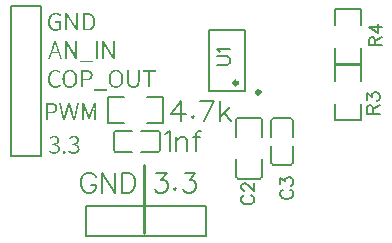
<source format=gto>
G04 Layer: TopSilkLayer*
G04 EasyEDA v6.4.25, 2021-11-17T17:00:31+08:00*
G04 7b095086feb547ebadca5fbbb004fff0,8eccfb12f3aa458fbbe36a5a93572a72,10*
G04 Gerber Generator version 0.2*
G04 Scale: 100 percent, Rotated: No, Reflected: No *
G04 Dimensions in millimeters *
G04 leading zeros omitted , absolute positions ,4 integer and 5 decimal *
%FSLAX45Y45*%
%MOMM*%

%ADD10C,0.2540*%
%ADD11C,0.3000*%
%ADD22C,0.2032*%
%ADD23C,0.2030*%
%ADD24C,0.1524*%

%LPD*%
G36*
X562102Y-394716D02*
G01*
X556260Y-394919D01*
X550621Y-395579D01*
X545185Y-396646D01*
X539953Y-398119D01*
X534924Y-400050D01*
X530148Y-402336D01*
X525576Y-404977D01*
X521309Y-408076D01*
X517296Y-411480D01*
X513537Y-415290D01*
X510133Y-419455D01*
X506984Y-423976D01*
X504190Y-428802D01*
X501700Y-433984D01*
X499567Y-439521D01*
X497789Y-445312D01*
X496366Y-451459D01*
X495350Y-457911D01*
X494741Y-464667D01*
X494538Y-471678D01*
X494741Y-478790D01*
X495350Y-485546D01*
X496316Y-492048D01*
X497687Y-498195D01*
X499414Y-504037D01*
X501497Y-509574D01*
X503935Y-514756D01*
X506679Y-519633D01*
X509727Y-524103D01*
X513130Y-528269D01*
X516788Y-532028D01*
X520700Y-535432D01*
X524916Y-538480D01*
X529386Y-541121D01*
X534060Y-543407D01*
X539038Y-545287D01*
X544169Y-546709D01*
X549554Y-547776D01*
X555091Y-548436D01*
X560832Y-548640D01*
X568096Y-548335D01*
X574954Y-547370D01*
X581456Y-545846D01*
X587451Y-543864D01*
X592988Y-541375D01*
X598017Y-538480D01*
X602437Y-535178D01*
X606298Y-531622D01*
X606298Y-469900D01*
X558292Y-469900D01*
X558292Y-483870D01*
X590804Y-483870D01*
X590804Y-524510D01*
X585368Y-528421D01*
X578459Y-531418D01*
X570636Y-533247D01*
X562356Y-533908D01*
X556463Y-533603D01*
X550926Y-532790D01*
X545693Y-531418D01*
X540867Y-529539D01*
X536346Y-527151D01*
X532180Y-524256D01*
X528421Y-520903D01*
X524967Y-517042D01*
X521970Y-512775D01*
X519277Y-508050D01*
X517042Y-502920D01*
X515162Y-497382D01*
X513689Y-491439D01*
X512673Y-485140D01*
X512013Y-478434D01*
X511809Y-471424D01*
X512064Y-464413D01*
X512724Y-457758D01*
X513842Y-451459D01*
X515366Y-445566D01*
X517347Y-440029D01*
X519684Y-434949D01*
X522427Y-430276D01*
X525576Y-426059D01*
X529031Y-422249D01*
X532841Y-418947D01*
X537006Y-416102D01*
X541477Y-413715D01*
X546303Y-411886D01*
X551383Y-410514D01*
X556717Y-409701D01*
X562356Y-409448D01*
X572973Y-410565D01*
X581761Y-413613D01*
X589076Y-418134D01*
X595122Y-423672D01*
X604520Y-412750D01*
X601065Y-409498D01*
X597154Y-406298D01*
X592734Y-403250D01*
X587806Y-400507D01*
X582269Y-398170D01*
X576173Y-396341D01*
X569468Y-395122D01*
G37*
G36*
X788162Y-397256D02*
G01*
X788162Y-411226D01*
X823468Y-411226D01*
X830021Y-411480D01*
X836117Y-412242D01*
X841806Y-413512D01*
X847039Y-415239D01*
X851865Y-417474D01*
X856284Y-420166D01*
X860247Y-423316D01*
X863803Y-426923D01*
X866902Y-430987D01*
X869594Y-435457D01*
X871880Y-440385D01*
X873760Y-445719D01*
X875182Y-451510D01*
X876249Y-457657D01*
X876858Y-464210D01*
X877062Y-471170D01*
X876858Y-478078D01*
X876249Y-484682D01*
X875182Y-490880D01*
X873760Y-496722D01*
X871880Y-502158D01*
X869594Y-507187D01*
X866902Y-511809D01*
X863803Y-515975D01*
X860247Y-519734D01*
X856284Y-522985D01*
X851865Y-525830D01*
X847039Y-528116D01*
X841806Y-529996D01*
X836117Y-531317D01*
X830021Y-532130D01*
X823468Y-532384D01*
X805180Y-532384D01*
X805180Y-411226D01*
X788162Y-411226D01*
X788162Y-546100D01*
X825500Y-546100D01*
X832103Y-545896D01*
X838352Y-545287D01*
X844296Y-544220D01*
X849934Y-542798D01*
X855218Y-540969D01*
X860196Y-538734D01*
X864819Y-536143D01*
X869137Y-533196D01*
X873150Y-529844D01*
X876757Y-526135D01*
X880059Y-522122D01*
X883056Y-517753D01*
X885698Y-513029D01*
X887984Y-507949D01*
X889914Y-502615D01*
X891489Y-496925D01*
X892708Y-490931D01*
X893622Y-484632D01*
X894130Y-478028D01*
X894334Y-471170D01*
X894130Y-464312D01*
X893622Y-457758D01*
X892708Y-451459D01*
X891489Y-445516D01*
X889863Y-439928D01*
X887933Y-434593D01*
X885647Y-429615D01*
X883005Y-424942D01*
X880008Y-420674D01*
X876706Y-416661D01*
X872998Y-413054D01*
X868984Y-409803D01*
X864616Y-406908D01*
X859942Y-404368D01*
X854913Y-402234D01*
X849528Y-400456D01*
X843838Y-399084D01*
X837793Y-398068D01*
X831443Y-397459D01*
X824737Y-397256D01*
G37*
G36*
X642366Y-397256D02*
G01*
X642366Y-546100D01*
X658114Y-546100D01*
X658063Y-458774D01*
X657402Y-441655D01*
X656082Y-419354D01*
X657098Y-419354D01*
X673354Y-449834D01*
X729234Y-546100D01*
X746760Y-546100D01*
X746760Y-397256D01*
X730758Y-397256D01*
X730808Y-483514D01*
X731875Y-506984D01*
X733044Y-524256D01*
X732028Y-524256D01*
X715772Y-493776D01*
X659638Y-397256D01*
G37*
G36*
X714248Y-1436116D02*
G01*
X708050Y-1436471D01*
X702208Y-1437436D01*
X696722Y-1439062D01*
X691489Y-1441145D01*
X686612Y-1443736D01*
X681939Y-1446733D01*
X677570Y-1450035D01*
X673354Y-1453642D01*
X682498Y-1464310D01*
X689203Y-1458518D01*
X696671Y-1453896D01*
X704900Y-1450797D01*
X713740Y-1449578D01*
X719429Y-1450086D01*
X724560Y-1451457D01*
X728980Y-1453591D01*
X732688Y-1456486D01*
X735685Y-1459992D01*
X737870Y-1464208D01*
X739190Y-1468932D01*
X739648Y-1474216D01*
X739444Y-1478280D01*
X738733Y-1482140D01*
X737514Y-1485798D01*
X735736Y-1489202D01*
X733399Y-1492300D01*
X730453Y-1495145D01*
X726846Y-1497634D01*
X722579Y-1499717D01*
X717550Y-1501394D01*
X711860Y-1502664D01*
X705307Y-1503426D01*
X697992Y-1503680D01*
X697992Y-1516634D01*
X706170Y-1516888D01*
X713486Y-1517650D01*
X719886Y-1518869D01*
X725525Y-1520545D01*
X730351Y-1522628D01*
X734415Y-1525168D01*
X737819Y-1528013D01*
X740460Y-1531264D01*
X742492Y-1534871D01*
X743915Y-1538732D01*
X744728Y-1542897D01*
X744982Y-1547368D01*
X744372Y-1553718D01*
X742696Y-1559407D01*
X739952Y-1564335D01*
X736244Y-1568500D01*
X731723Y-1571853D01*
X726440Y-1574292D01*
X720496Y-1575816D01*
X713994Y-1576324D01*
X707644Y-1575968D01*
X701852Y-1574850D01*
X696569Y-1573225D01*
X691794Y-1571040D01*
X687425Y-1568399D01*
X683412Y-1565503D01*
X679754Y-1562354D01*
X676402Y-1559052D01*
X667766Y-1569720D01*
X671626Y-1573580D01*
X675944Y-1577289D01*
X680872Y-1580743D01*
X686358Y-1583791D01*
X692454Y-1586331D01*
X699211Y-1588312D01*
X706729Y-1589582D01*
X715010Y-1590040D01*
X721360Y-1589735D01*
X727456Y-1588770D01*
X733247Y-1587144D01*
X738632Y-1584960D01*
X743610Y-1582216D01*
X748080Y-1578864D01*
X752043Y-1574952D01*
X755396Y-1570532D01*
X758088Y-1565605D01*
X760069Y-1560169D01*
X761339Y-1554276D01*
X761746Y-1547876D01*
X761085Y-1540510D01*
X759256Y-1533804D01*
X756310Y-1527860D01*
X752449Y-1522628D01*
X747725Y-1518208D01*
X742340Y-1514551D01*
X736396Y-1511757D01*
X729996Y-1509776D01*
X729996Y-1509014D01*
X735685Y-1506626D01*
X740816Y-1503629D01*
X745337Y-1500022D01*
X749249Y-1495856D01*
X752398Y-1491030D01*
X754735Y-1485595D01*
X756158Y-1479600D01*
X756666Y-1472946D01*
X756310Y-1467307D01*
X755192Y-1462125D01*
X753465Y-1457350D01*
X751078Y-1453032D01*
X748131Y-1449171D01*
X744626Y-1445768D01*
X740562Y-1442872D01*
X736092Y-1440484D01*
X731164Y-1438605D01*
X725881Y-1437233D01*
X720191Y-1436370D01*
G37*
G36*
X547878Y-1436116D02*
G01*
X541680Y-1436471D01*
X535838Y-1437436D01*
X530352Y-1439062D01*
X525170Y-1441145D01*
X520242Y-1443736D01*
X515569Y-1446733D01*
X511200Y-1450035D01*
X506984Y-1453642D01*
X516128Y-1464310D01*
X522732Y-1458518D01*
X530250Y-1453896D01*
X538480Y-1450797D01*
X547370Y-1449578D01*
X553059Y-1450086D01*
X558190Y-1451457D01*
X562610Y-1453591D01*
X566318Y-1456486D01*
X569315Y-1459992D01*
X571500Y-1464208D01*
X572820Y-1468932D01*
X573278Y-1474216D01*
X573074Y-1478280D01*
X572363Y-1482140D01*
X571144Y-1485798D01*
X569366Y-1489202D01*
X567029Y-1492300D01*
X564032Y-1495145D01*
X560425Y-1497634D01*
X556107Y-1499717D01*
X551078Y-1501394D01*
X545338Y-1502664D01*
X538734Y-1503426D01*
X531368Y-1503680D01*
X531368Y-1516634D01*
X539546Y-1516888D01*
X546862Y-1517650D01*
X553313Y-1518869D01*
X558952Y-1520545D01*
X563829Y-1522628D01*
X567944Y-1525168D01*
X571347Y-1528013D01*
X574040Y-1531264D01*
X576072Y-1534871D01*
X577494Y-1538732D01*
X578358Y-1542897D01*
X578612Y-1547368D01*
X578002Y-1553718D01*
X576326Y-1559407D01*
X573582Y-1564335D01*
X569874Y-1568500D01*
X565353Y-1571853D01*
X560070Y-1574292D01*
X554126Y-1575816D01*
X547624Y-1576324D01*
X541274Y-1575968D01*
X535482Y-1574850D01*
X530199Y-1573225D01*
X525424Y-1571040D01*
X521055Y-1568399D01*
X517042Y-1565503D01*
X513384Y-1562354D01*
X510032Y-1559052D01*
X501396Y-1569720D01*
X505256Y-1573580D01*
X509574Y-1577289D01*
X514400Y-1580743D01*
X519887Y-1583791D01*
X525983Y-1586331D01*
X532739Y-1588312D01*
X540308Y-1589582D01*
X548640Y-1590040D01*
X554990Y-1589735D01*
X561086Y-1588770D01*
X566877Y-1587144D01*
X572262Y-1584960D01*
X577240Y-1582216D01*
X581710Y-1578864D01*
X585673Y-1574952D01*
X589026Y-1570532D01*
X591718Y-1565605D01*
X593699Y-1560169D01*
X594969Y-1554276D01*
X595376Y-1547876D01*
X594715Y-1540510D01*
X592886Y-1533804D01*
X589940Y-1527860D01*
X586079Y-1522628D01*
X581355Y-1518208D01*
X575970Y-1514551D01*
X570026Y-1511757D01*
X563626Y-1509776D01*
X563626Y-1509014D01*
X569315Y-1506626D01*
X574446Y-1503629D01*
X578967Y-1500022D01*
X582879Y-1495856D01*
X586028Y-1491030D01*
X588365Y-1485595D01*
X589788Y-1479600D01*
X590296Y-1472946D01*
X589940Y-1467307D01*
X588822Y-1462125D01*
X587095Y-1457350D01*
X584708Y-1453032D01*
X581761Y-1449171D01*
X578205Y-1445768D01*
X574192Y-1442872D01*
X569722Y-1440484D01*
X564794Y-1438605D01*
X559511Y-1437233D01*
X553821Y-1436370D01*
G37*
G36*
X633984Y-1563624D02*
G01*
X629310Y-1564589D01*
X625398Y-1567281D01*
X622757Y-1571548D01*
X621792Y-1577086D01*
X622757Y-1582420D01*
X625398Y-1586534D01*
X629310Y-1589125D01*
X633984Y-1590040D01*
X638962Y-1589125D01*
X643026Y-1586534D01*
X645718Y-1582420D01*
X646684Y-1577086D01*
X645718Y-1571548D01*
X642975Y-1567332D01*
X638962Y-1564589D01*
G37*
G36*
X955548Y-638556D02*
G01*
X955548Y-787400D01*
X971296Y-787400D01*
X971245Y-700074D01*
X970940Y-688644D01*
X969264Y-660654D01*
X970280Y-660654D01*
X986536Y-691134D01*
X1042416Y-787400D01*
X1059942Y-787400D01*
X1059942Y-638556D01*
X1043940Y-638556D01*
X1043990Y-724814D01*
X1045057Y-748284D01*
X1046226Y-765556D01*
X1045210Y-765556D01*
X1029208Y-735076D01*
X972819Y-638556D01*
G37*
G36*
X897128Y-638556D02*
G01*
X897128Y-787400D01*
X914146Y-787400D01*
X914146Y-638556D01*
G37*
G36*
X638048Y-638556D02*
G01*
X638048Y-787400D01*
X654050Y-787400D01*
X653999Y-700074D01*
X653338Y-682955D01*
X652018Y-660654D01*
X653034Y-660654D01*
X669290Y-691134D01*
X725170Y-787400D01*
X742696Y-787400D01*
X742696Y-638556D01*
X726440Y-638556D01*
X726490Y-724814D01*
X727557Y-748284D01*
X728726Y-765556D01*
X727710Y-765556D01*
X711708Y-735076D01*
X655320Y-638556D01*
G37*
G36*
X547116Y-638556D02*
G01*
X516861Y-727202D01*
X532638Y-727202D01*
X542493Y-696823D01*
X555752Y-652780D01*
X556514Y-652780D01*
X567842Y-690575D01*
X572008Y-703072D01*
X579628Y-727202D01*
X516861Y-727202D01*
X496316Y-787400D01*
X513080Y-787400D01*
X528320Y-740410D01*
X583946Y-740410D01*
X598678Y-787400D01*
X616712Y-787400D01*
X565658Y-638556D01*
G37*
G36*
X766064Y-803910D02*
G01*
X766064Y-815340D01*
X873760Y-815340D01*
X873760Y-803910D01*
G37*
G36*
X782320Y-1159256D02*
G01*
X782320Y-1308100D01*
X797560Y-1308100D01*
X797509Y-1217269D01*
X796493Y-1195070D01*
X795528Y-1179068D01*
X796290Y-1179068D01*
X808228Y-1212850D01*
X837437Y-1292860D01*
X848868Y-1292860D01*
X878078Y-1212850D01*
X889762Y-1179068D01*
X890524Y-1179068D01*
X888695Y-1211986D01*
X888492Y-1222248D01*
X888492Y-1308100D01*
X904240Y-1308100D01*
X904240Y-1159256D01*
X883412Y-1159256D01*
X854456Y-1240536D01*
X844042Y-1272286D01*
X843026Y-1272286D01*
X832358Y-1240536D01*
X803148Y-1159256D01*
G37*
G36*
X589788Y-1159256D02*
G01*
X622046Y-1308100D01*
X641604Y-1308100D01*
X664972Y-1215390D01*
X672592Y-1181608D01*
X673354Y-1181608D01*
X680720Y-1215390D01*
X704596Y-1308100D01*
X724408Y-1308100D01*
X755650Y-1159256D01*
X739648Y-1159256D01*
X720902Y-1253947D01*
X714502Y-1290320D01*
X713486Y-1290320D01*
X702564Y-1242060D01*
X681228Y-1159256D01*
X665480Y-1159256D01*
X642975Y-1248003D01*
X633476Y-1290320D01*
X632714Y-1290320D01*
X623570Y-1242060D01*
X607060Y-1159256D01*
G37*
G36*
X478028Y-1159256D02*
G01*
X478028Y-1172972D01*
X516635Y-1172972D01*
X523189Y-1173124D01*
X529234Y-1173581D01*
X534619Y-1174445D01*
X539496Y-1175664D01*
X543763Y-1177239D01*
X547522Y-1179322D01*
X550621Y-1181862D01*
X553212Y-1184859D01*
X555193Y-1188415D01*
X556615Y-1192479D01*
X557479Y-1197152D01*
X557784Y-1202436D01*
X557530Y-1207719D01*
X556717Y-1212443D01*
X555345Y-1216710D01*
X553415Y-1220470D01*
X550926Y-1223772D01*
X547928Y-1226616D01*
X544322Y-1228953D01*
X540156Y-1230884D01*
X535381Y-1232357D01*
X530047Y-1233373D01*
X524154Y-1233982D01*
X517651Y-1234186D01*
X494792Y-1234186D01*
X494792Y-1172972D01*
X478028Y-1172972D01*
X478028Y-1308100D01*
X494792Y-1308100D01*
X494792Y-1247902D01*
X525983Y-1247749D01*
X531774Y-1247241D01*
X537260Y-1246378D01*
X542391Y-1245158D01*
X547217Y-1243584D01*
X551738Y-1241704D01*
X555853Y-1239418D01*
X559612Y-1236776D01*
X563016Y-1233779D01*
X565962Y-1230426D01*
X568553Y-1226718D01*
X570636Y-1222603D01*
X572312Y-1218133D01*
X573532Y-1213307D01*
X574294Y-1208074D01*
X574548Y-1202436D01*
X574294Y-1196695D01*
X573532Y-1191412D01*
X572312Y-1186586D01*
X570585Y-1182166D01*
X568452Y-1178255D01*
X565861Y-1174699D01*
X562864Y-1171600D01*
X559460Y-1168857D01*
X555599Y-1166469D01*
X551434Y-1164488D01*
X546862Y-1162812D01*
X541985Y-1161491D01*
X536752Y-1160475D01*
X531164Y-1159814D01*
X525322Y-1159408D01*
X519176Y-1159256D01*
G37*
G36*
X1070356Y-877316D02*
G01*
X1064920Y-877519D01*
X1059637Y-878179D01*
X1054557Y-879246D01*
X1049680Y-880719D01*
X1044956Y-882599D01*
X1040485Y-884834D01*
X1036269Y-887526D01*
X1032256Y-890524D01*
X1028547Y-893978D01*
X1025042Y-897737D01*
X1021842Y-901852D01*
X1018946Y-906322D01*
X1016304Y-911148D01*
X1014018Y-916330D01*
X1012037Y-921766D01*
X1010361Y-927557D01*
X1009091Y-933703D01*
X1008126Y-940104D01*
X1007567Y-946810D01*
X1007364Y-953769D01*
X1024636Y-953769D01*
X1024839Y-946810D01*
X1025499Y-940155D01*
X1026515Y-933907D01*
X1027937Y-928065D01*
X1029716Y-922578D01*
X1031849Y-917498D01*
X1034389Y-912825D01*
X1037234Y-908608D01*
X1040384Y-904849D01*
X1043838Y-901547D01*
X1047597Y-898702D01*
X1051661Y-896315D01*
X1055928Y-894486D01*
X1060500Y-893114D01*
X1065326Y-892302D01*
X1070356Y-892048D01*
X1075385Y-892302D01*
X1080211Y-893114D01*
X1084783Y-894486D01*
X1089050Y-896315D01*
X1093114Y-898702D01*
X1096873Y-901547D01*
X1100328Y-904849D01*
X1103477Y-908608D01*
X1106322Y-912825D01*
X1108862Y-917498D01*
X1110996Y-922578D01*
X1112774Y-928065D01*
X1114196Y-933907D01*
X1115212Y-940155D01*
X1115872Y-946810D01*
X1116076Y-953769D01*
X1115872Y-960729D01*
X1115212Y-967384D01*
X1114196Y-973683D01*
X1112774Y-979627D01*
X1110996Y-985215D01*
X1108862Y-990346D01*
X1106322Y-995121D01*
X1103477Y-999439D01*
X1100328Y-1003300D01*
X1096873Y-1006703D01*
X1093114Y-1009650D01*
X1089050Y-1012037D01*
X1084783Y-1013968D01*
X1080211Y-1015390D01*
X1075385Y-1016203D01*
X1070356Y-1016508D01*
X1065326Y-1016203D01*
X1060500Y-1015390D01*
X1055928Y-1013968D01*
X1051661Y-1012037D01*
X1047597Y-1009650D01*
X1043838Y-1006703D01*
X1040384Y-1003300D01*
X1037234Y-999439D01*
X1034389Y-995121D01*
X1031849Y-990346D01*
X1029716Y-985215D01*
X1027937Y-979627D01*
X1026515Y-973683D01*
X1025499Y-967384D01*
X1024839Y-960729D01*
X1024636Y-953769D01*
X1007364Y-953769D01*
X1007567Y-960780D01*
X1008126Y-967486D01*
X1009091Y-973937D01*
X1010361Y-980084D01*
X1012037Y-985926D01*
X1014018Y-991463D01*
X1016304Y-996645D01*
X1018946Y-1001572D01*
X1021842Y-1006094D01*
X1025042Y-1010310D01*
X1028547Y-1014171D01*
X1032256Y-1017625D01*
X1036269Y-1020775D01*
X1040485Y-1023467D01*
X1044956Y-1025804D01*
X1049680Y-1027734D01*
X1054557Y-1029258D01*
X1059637Y-1030376D01*
X1064920Y-1031036D01*
X1070356Y-1031240D01*
X1075791Y-1031036D01*
X1081074Y-1030376D01*
X1086154Y-1029258D01*
X1091031Y-1027734D01*
X1095756Y-1025804D01*
X1100226Y-1023467D01*
X1104442Y-1020775D01*
X1108456Y-1017625D01*
X1112164Y-1014171D01*
X1115669Y-1010310D01*
X1118870Y-1006094D01*
X1121765Y-1001572D01*
X1124407Y-996645D01*
X1126693Y-991463D01*
X1128674Y-985926D01*
X1130350Y-980084D01*
X1131620Y-973937D01*
X1132586Y-967486D01*
X1133144Y-960780D01*
X1133348Y-953769D01*
X1133144Y-946810D01*
X1132586Y-940104D01*
X1131620Y-933703D01*
X1130350Y-927557D01*
X1128674Y-921766D01*
X1126693Y-916330D01*
X1124407Y-911148D01*
X1121765Y-906322D01*
X1118870Y-901852D01*
X1115669Y-897737D01*
X1112164Y-893978D01*
X1108456Y-890524D01*
X1104442Y-887526D01*
X1100226Y-884834D01*
X1095756Y-882599D01*
X1091031Y-880719D01*
X1086154Y-879246D01*
X1081074Y-878179D01*
X1075791Y-877519D01*
G37*
G36*
X680212Y-877316D02*
G01*
X674776Y-877519D01*
X669493Y-878179D01*
X664413Y-879246D01*
X659536Y-880719D01*
X654812Y-882599D01*
X650341Y-884834D01*
X646125Y-887526D01*
X642112Y-890524D01*
X638403Y-893978D01*
X634898Y-897737D01*
X631698Y-901852D01*
X628802Y-906322D01*
X626160Y-911148D01*
X623874Y-916330D01*
X621893Y-921766D01*
X620217Y-927557D01*
X618947Y-933703D01*
X617982Y-940104D01*
X617423Y-946810D01*
X617220Y-953769D01*
X634492Y-953769D01*
X634695Y-946810D01*
X635355Y-940155D01*
X636371Y-933907D01*
X637794Y-928065D01*
X639572Y-922578D01*
X641705Y-917498D01*
X644245Y-912825D01*
X647039Y-908608D01*
X650240Y-904849D01*
X653694Y-901547D01*
X657453Y-898702D01*
X661517Y-896315D01*
X665784Y-894486D01*
X670356Y-893114D01*
X675182Y-892302D01*
X680212Y-892048D01*
X685241Y-892302D01*
X690067Y-893114D01*
X694639Y-894486D01*
X698906Y-896315D01*
X702970Y-898702D01*
X706729Y-901547D01*
X710184Y-904849D01*
X713384Y-908608D01*
X716178Y-912825D01*
X718718Y-917498D01*
X720852Y-922578D01*
X722630Y-928065D01*
X724052Y-933907D01*
X725068Y-940155D01*
X725728Y-946810D01*
X725932Y-953769D01*
X725728Y-960729D01*
X725068Y-967384D01*
X724052Y-973683D01*
X722630Y-979627D01*
X720852Y-985215D01*
X718718Y-990346D01*
X716178Y-995121D01*
X713384Y-999439D01*
X710184Y-1003300D01*
X706729Y-1006703D01*
X702970Y-1009650D01*
X698906Y-1012037D01*
X694639Y-1013968D01*
X690067Y-1015390D01*
X685241Y-1016203D01*
X680212Y-1016508D01*
X675182Y-1016203D01*
X670356Y-1015390D01*
X665784Y-1013968D01*
X661517Y-1012037D01*
X657453Y-1009650D01*
X653694Y-1006703D01*
X650240Y-1003300D01*
X647039Y-999439D01*
X644245Y-995121D01*
X641705Y-990346D01*
X639572Y-985215D01*
X637794Y-979627D01*
X636371Y-973683D01*
X635355Y-967384D01*
X634695Y-960729D01*
X634492Y-953769D01*
X617220Y-953769D01*
X617423Y-960780D01*
X617982Y-967486D01*
X618947Y-973937D01*
X620217Y-980084D01*
X621893Y-985926D01*
X623874Y-991463D01*
X626160Y-996645D01*
X628802Y-1001572D01*
X631698Y-1006094D01*
X634898Y-1010310D01*
X638403Y-1014171D01*
X642112Y-1017625D01*
X646125Y-1020775D01*
X650341Y-1023467D01*
X654812Y-1025804D01*
X659536Y-1027734D01*
X664413Y-1029258D01*
X669493Y-1030376D01*
X674776Y-1031036D01*
X680212Y-1031240D01*
X685647Y-1031036D01*
X690930Y-1030376D01*
X696010Y-1029258D01*
X700887Y-1027734D01*
X705612Y-1025804D01*
X710082Y-1023467D01*
X714298Y-1020775D01*
X718312Y-1017625D01*
X722020Y-1014171D01*
X725525Y-1010310D01*
X728726Y-1006094D01*
X731621Y-1001572D01*
X734263Y-996645D01*
X736549Y-991463D01*
X738530Y-985926D01*
X740206Y-980084D01*
X741476Y-973937D01*
X742442Y-967486D01*
X743000Y-960780D01*
X743204Y-953769D01*
X743000Y-946810D01*
X742442Y-940104D01*
X741476Y-933703D01*
X740206Y-927557D01*
X738530Y-921766D01*
X736549Y-916330D01*
X734263Y-911148D01*
X731621Y-906322D01*
X728726Y-901852D01*
X725525Y-897737D01*
X722020Y-893978D01*
X718312Y-890524D01*
X714298Y-887526D01*
X710082Y-884834D01*
X705612Y-882599D01*
X700887Y-880719D01*
X696010Y-879246D01*
X690930Y-878179D01*
X685647Y-877519D01*
G37*
G36*
X559816Y-877316D02*
G01*
X554278Y-877519D01*
X548843Y-878179D01*
X543610Y-879246D01*
X538581Y-880719D01*
X533755Y-882650D01*
X529132Y-884936D01*
X524764Y-887577D01*
X520598Y-890676D01*
X516686Y-894080D01*
X513080Y-897890D01*
X509727Y-902055D01*
X506679Y-906576D01*
X503935Y-911402D01*
X501548Y-916584D01*
X499465Y-922121D01*
X497738Y-927912D01*
X496366Y-934059D01*
X495350Y-940511D01*
X494741Y-947267D01*
X494538Y-954278D01*
X494741Y-961390D01*
X495350Y-968146D01*
X496316Y-974648D01*
X497636Y-980795D01*
X499364Y-986637D01*
X501396Y-992174D01*
X503783Y-997356D01*
X506476Y-1002233D01*
X509473Y-1006703D01*
X512724Y-1010869D01*
X516280Y-1014628D01*
X520090Y-1018032D01*
X524154Y-1021080D01*
X528472Y-1023721D01*
X532993Y-1026007D01*
X537768Y-1027887D01*
X542696Y-1029309D01*
X547827Y-1030376D01*
X553110Y-1031036D01*
X558546Y-1031240D01*
X565556Y-1030884D01*
X572160Y-1029817D01*
X578358Y-1028090D01*
X584149Y-1025702D01*
X589584Y-1022705D01*
X594715Y-1019048D01*
X599490Y-1014780D01*
X604012Y-1009903D01*
X594614Y-999490D01*
X590854Y-1003350D01*
X586943Y-1006754D01*
X582930Y-1009650D01*
X578662Y-1012088D01*
X574243Y-1014018D01*
X569518Y-1015390D01*
X564591Y-1016203D01*
X559308Y-1016508D01*
X553974Y-1016203D01*
X548894Y-1015390D01*
X544068Y-1014018D01*
X539546Y-1012139D01*
X535330Y-1009751D01*
X531418Y-1006856D01*
X527862Y-1003503D01*
X524611Y-999642D01*
X521716Y-995375D01*
X519125Y-990650D01*
X516940Y-985519D01*
X515112Y-979982D01*
X513689Y-974039D01*
X512673Y-967740D01*
X512013Y-961034D01*
X511809Y-954024D01*
X512013Y-947013D01*
X512673Y-940358D01*
X513740Y-934059D01*
X515264Y-928166D01*
X517143Y-922629D01*
X519379Y-917549D01*
X522020Y-912876D01*
X524967Y-908659D01*
X528320Y-904849D01*
X531977Y-901547D01*
X535940Y-898702D01*
X540207Y-896315D01*
X544779Y-894486D01*
X549605Y-893114D01*
X554736Y-892302D01*
X560070Y-892048D01*
X569264Y-893114D01*
X577443Y-896010D01*
X584606Y-900531D01*
X590804Y-906271D01*
X600202Y-895350D01*
X596798Y-891895D01*
X592886Y-888542D01*
X588518Y-885494D01*
X583641Y-882802D01*
X578307Y-880567D01*
X572566Y-878789D01*
X566369Y-877722D01*
G37*
G36*
X1297178Y-879856D02*
G01*
X1297178Y-894080D01*
X1342644Y-894080D01*
X1342644Y-1028700D01*
X1359662Y-1028700D01*
X1359662Y-894080D01*
X1405128Y-894080D01*
X1405128Y-879856D01*
G37*
G36*
X1165352Y-879856D02*
G01*
X1165352Y-968248D01*
X1165606Y-976782D01*
X1166418Y-984605D01*
X1167688Y-991717D01*
X1169466Y-998118D01*
X1171651Y-1003909D01*
X1174292Y-1009040D01*
X1177290Y-1013612D01*
X1180693Y-1017574D01*
X1184402Y-1020978D01*
X1188466Y-1023823D01*
X1192784Y-1026210D01*
X1197406Y-1028090D01*
X1202232Y-1029512D01*
X1207262Y-1030478D01*
X1212545Y-1031036D01*
X1217930Y-1031240D01*
X1223314Y-1031036D01*
X1228598Y-1030478D01*
X1233627Y-1029512D01*
X1238453Y-1028090D01*
X1243076Y-1026210D01*
X1247394Y-1023823D01*
X1251458Y-1020978D01*
X1255166Y-1017574D01*
X1258570Y-1013612D01*
X1261567Y-1009040D01*
X1264208Y-1003909D01*
X1266393Y-998118D01*
X1268171Y-991717D01*
X1269441Y-984605D01*
X1270254Y-976782D01*
X1270508Y-968248D01*
X1270508Y-879856D01*
X1254506Y-879856D01*
X1254506Y-968502D01*
X1254150Y-977137D01*
X1253185Y-984758D01*
X1251610Y-991412D01*
X1249476Y-997203D01*
X1246835Y-1002131D01*
X1243736Y-1006246D01*
X1240231Y-1009548D01*
X1236319Y-1012190D01*
X1232103Y-1014171D01*
X1227582Y-1015492D01*
X1222857Y-1016253D01*
X1217930Y-1016508D01*
X1213104Y-1016253D01*
X1208481Y-1015492D01*
X1204061Y-1014171D01*
X1199946Y-1012190D01*
X1196136Y-1009548D01*
X1192682Y-1006246D01*
X1189634Y-1002131D01*
X1187043Y-997203D01*
X1184960Y-991412D01*
X1183386Y-984758D01*
X1182471Y-977137D01*
X1182116Y-968502D01*
X1182116Y-879856D01*
G37*
G36*
X775716Y-879856D02*
G01*
X775716Y-893571D01*
X814578Y-893571D01*
X821080Y-893724D01*
X827074Y-894181D01*
X832459Y-895045D01*
X837336Y-896264D01*
X841603Y-897839D01*
X845362Y-899921D01*
X848512Y-902462D01*
X851103Y-905459D01*
X853135Y-909015D01*
X854557Y-913079D01*
X855421Y-917752D01*
X855726Y-923036D01*
X855471Y-928319D01*
X854659Y-933043D01*
X853287Y-937310D01*
X851357Y-941069D01*
X848868Y-944371D01*
X845819Y-947216D01*
X842213Y-949553D01*
X837996Y-951484D01*
X833221Y-952957D01*
X827836Y-953973D01*
X821893Y-954582D01*
X815340Y-954786D01*
X792734Y-954786D01*
X792734Y-893571D01*
X775716Y-893571D01*
X775716Y-1028700D01*
X792734Y-1028700D01*
X792734Y-968502D01*
X823925Y-968349D01*
X829716Y-967841D01*
X835152Y-966978D01*
X840282Y-965758D01*
X845108Y-964184D01*
X849579Y-962304D01*
X853694Y-960018D01*
X857453Y-957376D01*
X860806Y-954379D01*
X863752Y-951026D01*
X866292Y-947318D01*
X868375Y-943203D01*
X870051Y-938733D01*
X871270Y-933907D01*
X871982Y-928674D01*
X872236Y-923036D01*
X871982Y-917295D01*
X871219Y-912012D01*
X870000Y-907186D01*
X868324Y-902766D01*
X866190Y-898855D01*
X863650Y-895299D01*
X860653Y-892200D01*
X857250Y-889457D01*
X853440Y-887069D01*
X849274Y-885088D01*
X844753Y-883412D01*
X839876Y-882091D01*
X834644Y-881075D01*
X829106Y-880414D01*
X823264Y-880008D01*
X817118Y-879856D01*
G37*
G36*
X884936Y-1045210D02*
G01*
X884936Y-1056640D01*
X992886Y-1056640D01*
X992886Y-1045210D01*
G37*
D22*
X1618487Y-1139189D02*
G01*
X1536700Y-1253744D01*
X1659381Y-1253744D01*
X1618487Y-1139189D02*
G01*
X1618487Y-1310894D01*
X1721612Y-1270000D02*
G01*
X1713484Y-1278128D01*
X1721612Y-1286510D01*
X1729739Y-1278128D01*
X1721612Y-1270000D01*
X1898395Y-1139189D02*
G01*
X1816607Y-1310894D01*
X1783842Y-1139189D02*
G01*
X1898395Y-1139189D01*
X1952243Y-1139189D02*
G01*
X1952243Y-1310894D01*
X2034031Y-1196339D02*
G01*
X1952243Y-1278128D01*
X1985009Y-1245615D02*
G01*
X2042413Y-1310894D01*
X1485900Y-1425955D02*
G01*
X1502155Y-1417828D01*
X1526794Y-1393189D01*
X1526794Y-1564894D01*
X1580895Y-1450339D02*
G01*
X1580895Y-1564894D01*
X1580895Y-1483105D02*
G01*
X1605279Y-1458721D01*
X1621789Y-1450339D01*
X1646173Y-1450339D01*
X1662684Y-1458721D01*
X1670812Y-1483105D01*
X1670812Y-1564894D01*
X1790192Y-1393189D02*
G01*
X1773936Y-1393189D01*
X1757426Y-1401318D01*
X1749297Y-1425955D01*
X1749297Y-1564894D01*
X1724913Y-1450339D02*
G01*
X1782063Y-1450339D01*
X1413255Y-1748789D02*
G01*
X1503426Y-1748789D01*
X1454150Y-1814321D01*
X1478787Y-1814321D01*
X1495297Y-1822450D01*
X1503426Y-1830578D01*
X1511554Y-1855215D01*
X1511554Y-1871471D01*
X1503426Y-1896110D01*
X1486915Y-1912365D01*
X1462531Y-1920494D01*
X1437894Y-1920494D01*
X1413255Y-1912365D01*
X1405128Y-1904237D01*
X1397000Y-1887728D01*
X1573784Y-1879600D02*
G01*
X1565655Y-1887728D01*
X1573784Y-1896110D01*
X1581912Y-1887728D01*
X1573784Y-1879600D01*
X1652270Y-1748789D02*
G01*
X1742186Y-1748789D01*
X1693163Y-1814321D01*
X1717802Y-1814321D01*
X1734057Y-1822450D01*
X1742186Y-1830578D01*
X1750568Y-1855215D01*
X1750568Y-1871471D01*
X1742186Y-1896110D01*
X1725929Y-1912365D01*
X1701292Y-1920494D01*
X1676907Y-1920494D01*
X1652270Y-1912365D01*
X1644142Y-1904237D01*
X1636013Y-1887728D01*
X897381Y-1789684D02*
G01*
X889254Y-1773428D01*
X872997Y-1756918D01*
X856487Y-1748789D01*
X823721Y-1748789D01*
X807465Y-1756918D01*
X790955Y-1773428D01*
X782828Y-1789684D01*
X774700Y-1814321D01*
X774700Y-1855215D01*
X782828Y-1879600D01*
X790955Y-1896110D01*
X807465Y-1912365D01*
X823721Y-1920494D01*
X856487Y-1920494D01*
X872997Y-1912365D01*
X889254Y-1896110D01*
X897381Y-1879600D01*
X897381Y-1855215D01*
X856487Y-1855215D02*
G01*
X897381Y-1855215D01*
X951484Y-1748789D02*
G01*
X951484Y-1920494D01*
X951484Y-1748789D02*
G01*
X1066037Y-1920494D01*
X1066037Y-1748789D02*
G01*
X1066037Y-1920494D01*
X1119886Y-1748789D02*
G01*
X1119886Y-1920494D01*
X1119886Y-1748789D02*
G01*
X1177289Y-1748789D01*
X1201673Y-1756918D01*
X1218184Y-1773428D01*
X1226312Y-1789684D01*
X1234439Y-1814321D01*
X1234439Y-1855215D01*
X1226312Y-1879600D01*
X1218184Y-1896110D01*
X1201673Y-1912365D01*
X1177289Y-1920494D01*
X1119886Y-1920494D01*
D24*
X2488691Y-1893315D02*
G01*
X2478277Y-1898650D01*
X2467863Y-1909063D01*
X2462784Y-1919223D01*
X2462784Y-1940052D01*
X2467863Y-1950465D01*
X2478277Y-1960879D01*
X2488691Y-1966213D01*
X2504440Y-1971294D01*
X2530347Y-1971294D01*
X2545841Y-1966213D01*
X2556256Y-1960879D01*
X2566670Y-1950465D01*
X2571750Y-1940052D01*
X2571750Y-1919223D01*
X2566670Y-1909063D01*
X2556256Y-1898650D01*
X2545841Y-1893315D01*
X2462784Y-1848612D02*
G01*
X2462784Y-1791462D01*
X2504440Y-1822704D01*
X2504440Y-1807210D01*
X2509520Y-1796795D01*
X2514600Y-1791462D01*
X2530347Y-1786381D01*
X2540761Y-1786381D01*
X2556256Y-1791462D01*
X2566670Y-1801876D01*
X2571750Y-1817623D01*
X2571750Y-1833118D01*
X2566670Y-1848612D01*
X2561590Y-1853945D01*
X2551175Y-1859026D01*
X2158491Y-1941321D02*
G01*
X2148077Y-1946655D01*
X2137663Y-1957070D01*
X2132584Y-1967229D01*
X2132584Y-1988057D01*
X2137663Y-1998471D01*
X2148077Y-2008886D01*
X2158491Y-2014220D01*
X2174240Y-2019300D01*
X2200147Y-2019300D01*
X2215641Y-2014220D01*
X2226056Y-2008886D01*
X2236470Y-1998471D01*
X2241550Y-1988057D01*
X2241550Y-1967229D01*
X2236470Y-1957070D01*
X2226056Y-1946655D01*
X2215641Y-1941321D01*
X2158491Y-1901952D02*
G01*
X2153411Y-1901952D01*
X2142997Y-1896618D01*
X2137663Y-1891537D01*
X2132584Y-1881123D01*
X2132584Y-1860295D01*
X2137663Y-1849881D01*
X2142997Y-1844802D01*
X2153411Y-1839468D01*
X2163825Y-1839468D01*
X2174240Y-1844802D01*
X2189734Y-1855215D01*
X2241550Y-1907031D01*
X2241550Y-1834387D01*
X3194050Y-1250292D02*
G01*
X3303015Y-1250292D01*
X3194050Y-1250292D02*
G01*
X3194050Y-1203556D01*
X3199129Y-1188062D01*
X3204463Y-1182728D01*
X3214877Y-1177648D01*
X3225291Y-1177648D01*
X3235706Y-1182728D01*
X3240786Y-1188062D01*
X3245865Y-1203556D01*
X3245865Y-1250292D01*
X3245865Y-1213970D02*
G01*
X3303015Y-1177648D01*
X3194050Y-1132944D02*
G01*
X3194050Y-1075794D01*
X3235706Y-1106782D01*
X3235706Y-1091288D01*
X3240786Y-1080874D01*
X3245865Y-1075794D01*
X3261613Y-1070460D01*
X3272027Y-1070460D01*
X3287522Y-1075794D01*
X3297936Y-1086208D01*
X3303015Y-1101702D01*
X3303015Y-1117196D01*
X3297936Y-1132944D01*
X3292856Y-1138024D01*
X3282441Y-1143358D01*
X3212084Y-673100D02*
G01*
X3321050Y-673100D01*
X3212084Y-673100D02*
G01*
X3212084Y-626363D01*
X3217163Y-610870D01*
X3222497Y-605536D01*
X3232911Y-600455D01*
X3243325Y-600455D01*
X3253740Y-605536D01*
X3258820Y-610870D01*
X3263900Y-626363D01*
X3263900Y-673100D01*
X3263900Y-636778D02*
G01*
X3321050Y-600455D01*
X3212084Y-514095D02*
G01*
X3284727Y-566165D01*
X3284727Y-488187D01*
X3212084Y-514095D02*
G01*
X3321050Y-514095D01*
X1929384Y-838200D02*
G01*
X2007361Y-838200D01*
X2022856Y-833120D01*
X2033270Y-822705D01*
X2038350Y-806957D01*
X2038350Y-796544D01*
X2033270Y-781050D01*
X2022856Y-770636D01*
X2007361Y-765555D01*
X1929384Y-765555D01*
X1950211Y-731265D02*
G01*
X1944877Y-720852D01*
X1929384Y-705104D01*
X2038350Y-705104D01*
D10*
X1308100Y-2260600D02*
G01*
X1308100Y-1689100D01*
D22*
X812800Y-2286000D02*
G01*
X812800Y-2032000D01*
X1828800Y-2032000D01*
X1828800Y-2286000D01*
X1638300Y-2286000D01*
D23*
X812800Y-2286000D02*
G01*
X1638300Y-2286000D01*
D24*
X1427116Y-1395539D02*
G01*
X1286116Y-1395539D01*
X1286116Y-1576260D02*
G01*
X1427116Y-1576260D01*
X1442356Y-1561020D02*
G01*
X1442356Y-1410779D01*
X1064877Y-1395539D02*
G01*
X1205877Y-1395539D01*
X1205877Y-1576260D02*
G01*
X1064877Y-1576260D01*
X1049637Y-1561020D02*
G01*
X1049637Y-1410779D01*
X2386139Y-1306177D02*
G01*
X2386139Y-1447177D01*
X2566860Y-1447177D02*
G01*
X2566860Y-1306177D01*
X2551620Y-1290937D02*
G01*
X2401379Y-1290937D01*
X2386139Y-1668416D02*
G01*
X2386139Y-1527416D01*
X2566860Y-1527416D02*
G01*
X2566860Y-1668416D01*
X2551620Y-1683656D02*
G01*
X2401379Y-1683656D01*
X2087839Y-1302438D02*
G01*
X2087839Y-1450936D01*
X2306360Y-1450936D02*
G01*
X2306360Y-1302438D01*
X2291120Y-1287198D02*
G01*
X2103079Y-1287198D01*
X2087839Y-1784677D02*
G01*
X2087839Y-1636179D01*
X2306360Y-1636179D02*
G01*
X2306360Y-1784677D01*
X2291120Y-1799917D02*
G01*
X2103079Y-1799917D01*
D23*
X431800Y-1612900D02*
G01*
X431800Y-533400D01*
D22*
X431800Y-533400D02*
G01*
X431800Y-342900D01*
X177800Y-342900D01*
X177800Y-1612900D01*
X431800Y-1612900D01*
D24*
X1331541Y-1111290D02*
G01*
X1467533Y-1111290D01*
X1467533Y-1327109D01*
X1331541Y-1327109D01*
X1141300Y-1111290D02*
G01*
X1005309Y-1111290D01*
X1005309Y-1327109D01*
X1141300Y-1327109D01*
X2927390Y-975337D02*
G01*
X2927390Y-839345D01*
X3143209Y-839345D01*
X3143209Y-975337D01*
X2927390Y-1165578D02*
G01*
X2927390Y-1301569D01*
X3143209Y-1301569D01*
X3143209Y-1165578D01*
X2927390Y-501779D02*
G01*
X2927390Y-365787D01*
X3143209Y-365787D01*
X3143209Y-501779D01*
X2927390Y-692020D02*
G01*
X2927390Y-828012D01*
X3143209Y-828012D01*
X3143209Y-692020D01*
X2158740Y-1057719D02*
G01*
X1854459Y-1057719D01*
X1854459Y-542480D01*
X2158740Y-542480D01*
X2158740Y-1057719D01*
G75*
G01*
X1049637Y-1410780D02*
G02*
X1064877Y-1395540I15240J0D01*
G75*
G01*
X1427117Y-1576260D02*
G03*
X1442357Y-1561020I0J15240D01*
G75*
G01*
X1442357Y-1410780D02*
G03*
X1427117Y-1395540I-15240J0D01*
G75*
G01*
X1064877Y-1576260D02*
G02*
X1049637Y-1561020I0J15240D01*
G75*
G01*
X2401379Y-1683657D02*
G02*
X2386140Y-1668417I1J15240D01*
G75*
G01*
X2566860Y-1306177D02*
G03*
X2551621Y-1290937I-15240J0D01*
G75*
G01*
X2401379Y-1290937D02*
G03*
X2386140Y-1306177I1J-15240D01*
G75*
G01*
X2566860Y-1668417D02*
G02*
X2551621Y-1683657I-15240J0D01*
G75*
G01*
X2103079Y-1799918D02*
G02*
X2087839Y-1784678I0J15240D01*
G75*
G01*
X2306361Y-1302438D02*
G03*
X2291121Y-1287198I-15240J0D01*
G75*
G01*
X2103079Y-1287198D02*
G03*
X2087839Y-1302438I0J-15240D01*
G75*
G01*
X2306361Y-1784678D02*
G02*
X2291121Y-1799918I-15240J0D01*
D11*
G75*
G01
X2289861Y-1067333D02*
G03X2289861Y-1067333I-15011J0D01*
G75*
G01
X2098523Y-990600D02*
G03X2098523Y-990600I-15011J0D01*
M02*

</source>
